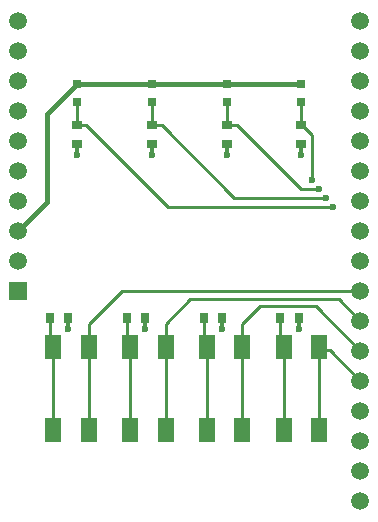
<source format=gtl>
G04*
G04 #@! TF.GenerationSoftware,Altium Limited,Altium Designer,20.0.11 (256)*
G04*
G04 Layer_Physical_Order=1*
G04 Layer_Color=255*
%FSLAX25Y25*%
%MOIN*%
G70*
G01*
G75*
%ADD12C,0.01000*%
%ADD13R,0.03200X0.03000*%
%ADD14R,0.03000X0.03200*%
%ADD15R,0.05512X0.07874*%
%ADD16R,0.03150X0.03150*%
%ADD23C,0.01200*%
%ADD24C,0.01600*%
%ADD25C,0.05906*%
%ADD26R,0.05906X0.05906*%
%ADD27C,0.02362*%
D12*
X25591Y131003D02*
X28597D01*
X55800Y103800D02*
X111000D01*
X28597Y131003D02*
X55800Y103800D01*
X103800Y112800D02*
Y127697D01*
X100394Y131003D02*
X100494D01*
X100394D02*
Y138779D01*
X100494Y131003D02*
X103800Y127697D01*
X100200Y109800D02*
X106200D01*
X75459Y131003D02*
X78997D01*
X75459D02*
Y138779D01*
X78997Y131003D02*
X100200Y109800D01*
X78000Y106800D02*
X108600D01*
X50525Y131003D02*
X53797D01*
X50525D02*
Y138779D01*
X53797Y131003D02*
X78000Y106800D01*
X25591Y131003D02*
Y138779D01*
X40472Y75906D02*
X120079D01*
X112784Y73200D02*
X120079Y65905D01*
X63358Y73200D02*
X112784D01*
X105184Y70800D02*
X120079Y55905D01*
X86548Y70800D02*
X105184D01*
X80709Y64961D02*
X86548Y70800D01*
X55118Y64961D02*
X63358Y73200D01*
X29528Y64961D02*
X40472Y75906D01*
X29528Y57087D02*
Y64961D01*
X43307Y29528D02*
Y57087D01*
X106299D02*
X107371Y56015D01*
X120079Y45906D02*
Y45906D01*
X107371Y56015D02*
X109969D01*
X120079Y45906D01*
X106299Y29528D02*
Y55905D01*
Y57087D01*
X55118D02*
Y64961D01*
X80709Y57087D02*
Y64961D01*
X94488Y29528D02*
Y57087D01*
X93407Y58168D02*
Y66929D01*
Y58168D02*
X94488Y57087D01*
X80709Y29528D02*
Y57087D01*
X68898Y29528D02*
Y57087D01*
X67816Y58168D02*
Y66929D01*
Y58168D02*
X68898Y57087D01*
X55118Y29528D02*
Y57087D01*
X42226Y58168D02*
Y66929D01*
Y58168D02*
X43307Y57087D01*
X29528Y29528D02*
Y57087D01*
X17717Y29528D02*
Y57087D01*
X16635Y58168D02*
Y66929D01*
Y58168D02*
X17717Y57087D01*
D13*
X100394Y124903D02*
D03*
Y131003D02*
D03*
X75459Y124903D02*
D03*
Y131003D02*
D03*
X50525Y124903D02*
D03*
Y131003D02*
D03*
X25591Y124903D02*
D03*
Y131003D02*
D03*
D14*
X16635Y66929D02*
D03*
X22735D02*
D03*
X42226D02*
D03*
X48326D02*
D03*
X67816D02*
D03*
X73916D02*
D03*
X93407D02*
D03*
X99507D02*
D03*
D15*
X94488Y29528D02*
D03*
Y57087D02*
D03*
X106299Y29528D02*
D03*
Y57087D02*
D03*
X68898Y29528D02*
D03*
Y57087D02*
D03*
X80709Y29528D02*
D03*
Y57087D02*
D03*
X17717Y29528D02*
D03*
Y57087D02*
D03*
X29528Y29528D02*
D03*
Y57087D02*
D03*
X43307Y29528D02*
D03*
Y57087D02*
D03*
X55118Y29528D02*
D03*
Y57087D02*
D03*
D16*
X25591Y144685D02*
D03*
Y138779D02*
D03*
X50525Y144685D02*
D03*
Y138779D02*
D03*
X75459Y144685D02*
D03*
Y138779D02*
D03*
X100394Y144685D02*
D03*
Y138779D02*
D03*
D23*
X48326Y63000D02*
Y66929D01*
X22735Y63000D02*
Y66929D01*
X73916Y63000D02*
Y66929D01*
X99507Y63000D02*
Y66929D01*
X25591Y120974D02*
Y124903D01*
X50525Y120974D02*
Y124903D01*
X75459Y120974D02*
Y124903D01*
X100394Y120974D02*
Y124903D01*
D24*
X75459Y144685D02*
X100394D01*
X50525D02*
X75459D01*
X25591D02*
X50525D01*
X15600Y134695D02*
X25591Y144685D01*
X15600Y105600D02*
Y134695D01*
X5906Y95906D02*
X15600Y105600D01*
D25*
X5906Y95906D02*
D03*
Y165905D02*
D03*
Y155905D02*
D03*
Y145905D02*
D03*
Y135906D02*
D03*
Y125906D02*
D03*
Y115905D02*
D03*
Y105905D02*
D03*
Y85905D02*
D03*
X120079Y165905D02*
D03*
Y5906D02*
D03*
Y15905D02*
D03*
Y25905D02*
D03*
Y35906D02*
D03*
Y45906D02*
D03*
Y55905D02*
D03*
Y65905D02*
D03*
Y75906D02*
D03*
Y85905D02*
D03*
Y95906D02*
D03*
Y105905D02*
D03*
Y115905D02*
D03*
Y125906D02*
D03*
Y135906D02*
D03*
Y145905D02*
D03*
Y155905D02*
D03*
D26*
X5906Y75906D02*
D03*
D27*
X25591Y120974D02*
D03*
X100394D02*
D03*
X75459D02*
D03*
X50525D02*
D03*
X22735Y63000D02*
D03*
X48326D02*
D03*
X73916D02*
D03*
X99507D02*
D03*
X111000Y103800D02*
D03*
X108600Y106800D02*
D03*
X106200Y109800D02*
D03*
X103800Y112800D02*
D03*
M02*

</source>
